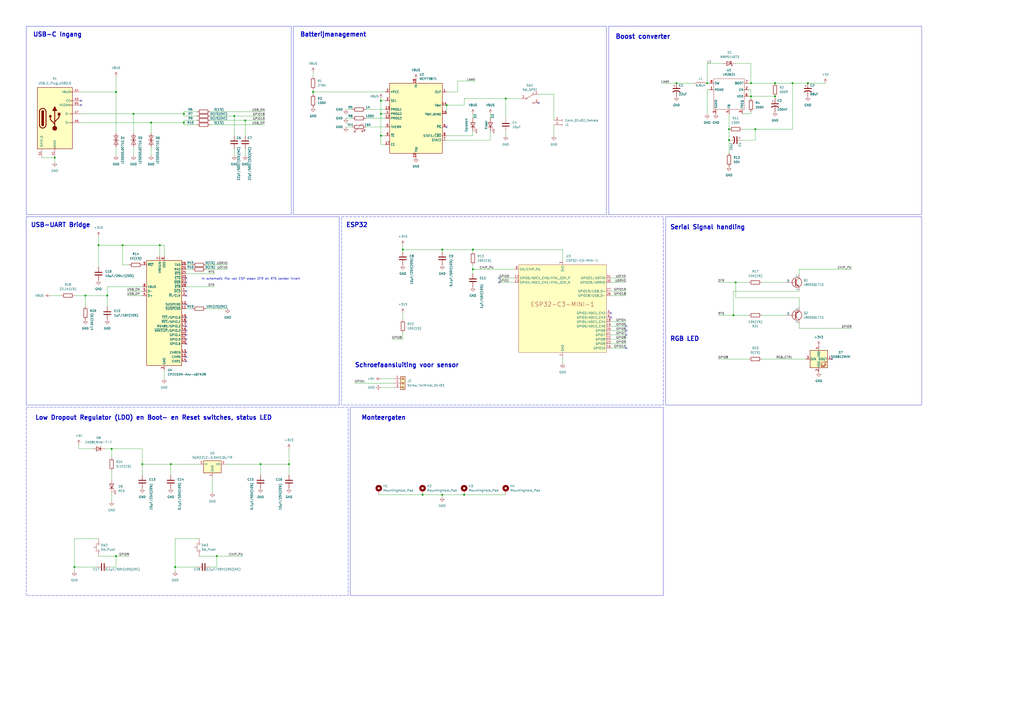
<source format=kicad_sch>
(kicad_sch (version 20230121) (generator eeschema)
  (paper "A2")
  (title_block (title "Biosensor") (rev "V2") (company "Jay D'Hulster"))
  (junction (at 220.98 66.04))
  (junction (at 49.53 171.45))
  (junction (at 392.43 48.26))
  (junction (at 293.37 57.15))
  (junction (at 245.11 287.02))
  (junction (at 435.61 55.88))
  (junction (at 233.68 144.78))
  (junction (at 256.54 144.78))
  (junction (at 274.32 144.78))
  (junction (at 274.32 156.21))
  (junction (at 449.58 48.26))
  (junction (at 135.89 67.31))
  (junction (at 438.15 74.93))
  (junction (at 92.71 142.24))
  (junction (at 426.72 163.83))
  (junction (at 435.61 48.26))
  (junction (at 106.68 71.12))
  (junction (at 31.75 91.44))
  (junction (at 422.91 74.93))
  (junction (at 220.98 58.42))
  (junction (at 64.77 260.35))
  (junction (at 269.24 287.02))
  (junction (at 67.31 53.34))
  (junction (at 82.55 269.24))
  (junction (at 459.74 48.26))
  (junction (at 101.6 328.93))
  (junction (at 167.64 269.24))
  (junction (at 220.98 78.74))
  (junction (at 256.54 287.02))
  (junction (at 71.12 142.24))
  (junction (at 67.31 322.58))
  (junction (at 77.47 66.04))
  (junction (at 410.21 48.26))
  (junction (at 181.61 53.34))
  (junction (at 106.68 66.04))
  (junction (at 57.15 142.24))
  (junction (at 422.91 81.28))
  (junction (at 151.13 269.24))
  (junction (at 425.45 182.88))
  (junction (at 259.08 60.96))
  (junction (at 125.73 322.58))
  (junction (at 468.63 48.26))
  (junction (at 87.63 71.12))
  (junction (at 62.23 171.45))
  (junction (at 99.06 269.24))
  (junction (at 449.58 55.88))
  (junction (at 43.18 328.93))
  (junction (at 142.24 69.85))
  (no_connect (at 289.56 161.29))
  (no_connect (at 107.95 209.55))
  (no_connect (at 107.95 163.83))
  (no_connect (at 107.95 186.69))
  (no_connect (at 107.95 199.39))
  (no_connect (at 46.99 60.96))
  (no_connect (at 354.33 181.61))
  (no_connect (at 107.95 189.23))
  (no_connect (at 482.6 208.28))
  (no_connect (at 363.22 194.31))
  (no_connect (at 354.33 184.15))
  (no_connect (at 107.95 184.15))
  (no_connect (at 363.22 189.23))
  (no_connect (at 107.95 191.77))
  (no_connect (at 107.95 204.47))
  (no_connect (at 107.95 161.29))
  (no_connect (at 289.56 163.83))
  (no_connect (at 107.95 196.85))
  (no_connect (at 259.08 73.66))
  (no_connect (at 312.42 59.69))
  (no_connect (at 363.22 201.93))
  (no_connect (at 107.95 207.01))
  (no_connect (at 107.95 194.31))
  (no_connect (at 363.22 191.77))
  (no_connect (at 46.99 58.42))
  (no_connect (at 107.95 176.53))
  (no_connect (at 107.95 168.91))
  (no_connect (at 107.95 171.45))
  (wire (pts (xy 106.68 69.85) (xy 106.68 71.12)))
  (wire (pts (xy 101.6 328.93) (xy 114.3 328.93)))
  (wire (pts (xy 220.98 66.04) (xy 220.98 78.74)))
  (wire (pts (xy 422.91 81.28) (xy 422.91 88.9)))
  (wire (pts (xy 135.89 67.31) (xy 153.67 67.31)))
  (wire (pts (xy 410.21 52.07) (xy 411.48 52.07)))
  (wire (pts (xy 416.56 208.28) (xy 434.34 208.28)))
  (wire (pts (xy 463.55 158.75) (xy 463.55 156.21)))
  (wire (pts (xy 106.68 64.77) (xy 106.68 66.04)))
  (wire (pts (xy 256.54 287.02) (xy 269.24 287.02)))
  (wire (pts (xy 125.73 322.58) (xy 125.73 328.93)))
  (wire (pts (xy 426.72 163.83) (xy 426.72 172.72)))
  (wire (pts (xy 53.34 260.35) (xy 45.72 260.35)))
  (wire (pts (xy 293.37 76.2) (xy 293.37 78.74)))
  (wire (pts (xy 167.64 269.24) (xy 167.64 275.59)))
  (wire (pts (xy 354.33 201.93) (xy 363.22 201.93)))
  (wire (pts (xy 354.33 196.85) (xy 363.22 196.85)))
  (wire (pts (xy 151.13 269.24) (xy 167.64 269.24)))
  (wire (pts (xy 326.39 207.01) (xy 326.39 210.82)))
  (wire (pts (xy 181.61 53.34) (xy 181.61 54.61)))
  (wire (pts (xy 227.33 196.85) (xy 233.68 196.85)))
  (wire (pts (xy 223.52 58.42) (xy 220.98 58.42)))
  (wire (pts (xy 425.45 168.91) (xy 425.45 182.88)))
  (wire (pts (xy 121.92 328.93) (xy 125.73 328.93)))
  (wire (pts (xy 426.72 172.72) (xy 463.55 172.72)))
  (wire (pts (xy 463.55 168.91) (xy 425.45 168.91)))
  (wire (pts (xy 67.31 85.09) (xy 67.31 90.17)))
  (wire (pts (xy 24.13 91.44) (xy 31.75 91.44)))
  (wire (pts (xy 200.66 73.66) (xy 204.47 73.66)))
  (wire (pts (xy 233.68 181.61) (xy 233.68 185.42)))
  (wire (pts (xy 259.08 60.96) (xy 269.24 60.96)))
  (wire (pts (xy 354.33 161.29) (xy 363.22 161.29)))
  (wire (pts (xy 354.33 191.77) (xy 363.22 191.77)))
  (wire (pts (xy 354.33 168.91) (xy 363.22 168.91)))
  (wire (pts (xy 43.18 312.42) (xy 43.18 328.93)))
  (wire (pts (xy 49.53 171.45) (xy 62.23 171.45)))
  (wire (pts (xy 57.15 137.16) (xy 57.15 142.24)))
  (wire (pts (xy 274.32 156.21) (xy 274.32 158.75)))
  (wire (pts (xy 220.98 57.15) (xy 220.98 58.42)))
  (wire (pts (xy 354.33 194.31) (xy 363.22 194.31)))
  (wire (pts (xy 354.33 189.23) (xy 363.22 189.23)))
  (wire (pts (xy 46.99 53.34) (xy 67.31 53.34)))
  (wire (pts (xy 49.53 177.8) (xy 49.53 171.45)))
  (wire (pts (xy 220.98 78.74) (xy 223.52 78.74)))
  (wire (pts (xy 274.32 144.78) (xy 326.39 144.78)))
  (wire (pts (xy 82.55 166.37) (xy 62.23 166.37)))
  (wire (pts (xy 106.68 66.04) (xy 106.68 67.31)))
  (wire (pts (xy 416.56 163.83) (xy 426.72 163.83)))
  (wire (pts (xy 135.89 67.31) (xy 135.89 78.74)))
  (wire (pts (xy 430.53 81.28) (xy 438.15 81.28)))
  (wire (pts (xy 274.32 156.21) (xy 298.45 156.21)))
  (wire (pts (xy 220.98 224.79) (xy 228.6 224.79)))
  (wire (pts (xy 402.59 48.26) (xy 392.43 48.26)))
  (wire (pts (xy 205.74 222.25) (xy 228.6 222.25)))
  (wire (pts (xy 354.33 199.39) (xy 363.22 199.39)))
  (wire (pts (xy 233.68 193.04) (xy 233.68 196.85)))
  (wire (pts (xy 43.18 328.93) (xy 43.18 331.47)))
  (wire (pts (xy 119.38 156.21) (xy 132.08 156.21)))
  (wire (pts (xy 435.61 66.04) (xy 435.61 64.77)))
  (wire (pts (xy 354.33 163.83) (xy 363.22 163.83)))
  (wire (pts (xy 57.15 142.24) (xy 57.15 154.94)))
  (wire (pts (xy 99.06 275.59) (xy 99.06 269.24)))
  (wire (pts (xy 274.32 76.2) (xy 274.32 78.74)))
  (wire (pts (xy 463.55 172.72) (xy 463.55 177.8)))
  (wire (pts (xy 220.98 66.04) (xy 223.52 66.04)))
  (wire (pts (xy 223.52 63.5) (xy 212.09 63.5)))
  (wire (pts (xy 130.81 269.24) (xy 151.13 269.24)))
  (wire (pts (xy 220.98 83.82) (xy 223.52 83.82)))
  (wire (pts (xy 67.31 53.34) (xy 67.31 44.45)))
  (wire (pts (xy 67.31 322.58) (xy 67.31 328.93)))
  (wire (pts (xy 438.15 74.93) (xy 459.74 74.93)))
  (wire (pts (xy 63.5 328.93) (xy 67.31 328.93)))
  (wire (pts (xy 64.77 285.75) (xy 64.77 290.83)))
  (wire (pts (xy 71.12 153.67) (xy 71.12 142.24)))
  (wire (pts (xy 468.63 48.26) (xy 478.79 48.26)))
  (wire (pts (xy 106.68 71.12) (xy 106.68 72.39)))
  (wire (pts (xy 434.34 52.07) (xy 435.61 52.07)))
  (wire (pts (xy 449.58 48.26) (xy 459.74 48.26)))
  (wire (pts (xy 107.95 156.21) (xy 111.76 156.21)))
  (wire (pts (xy 233.68 144.78) (xy 256.54 144.78)))
  (wire (pts (xy 142.24 69.85) (xy 153.67 69.85)))
  (wire (pts (xy 422.91 74.93) (xy 422.91 81.28)))
  (wire (pts (xy 220.98 78.74) (xy 220.98 83.82)))
  (wire (pts (xy 57.15 142.24) (xy 71.12 142.24)))
  (wire (pts (xy 220.98 58.42) (xy 220.98 66.04)))
  (wire (pts (xy 121.92 64.77) (xy 153.67 64.77)))
  (wire (pts (xy 416.56 182.88) (xy 425.45 182.88)))
  (wire (pts (xy 167.64 260.35) (xy 167.64 269.24)))
  (wire (pts (xy 74.93 153.67) (xy 71.12 153.67)))
  (wire (pts (xy 265.43 46.99) (xy 265.43 53.34)))
  (wire (pts (xy 438.15 74.93) (xy 438.15 81.28)))
  (wire (pts (xy 181.61 52.07) (xy 181.61 53.34)))
  (wire (pts (xy 434.34 48.26) (xy 435.61 48.26)))
  (wire (pts (xy 107.95 153.67) (xy 111.76 153.67)))
  (wire (pts (xy 57.15 312.42) (xy 43.18 312.42)))
  (wire (pts (xy 274.32 78.74) (xy 259.08 78.74)))
  (wire (pts (xy 92.71 142.24) (xy 92.71 148.59)))
  (wire (pts (xy 106.68 72.39) (xy 114.3 72.39)))
  (wire (pts (xy 77.47 85.09) (xy 77.47 90.17)))
  (wire (pts (xy 71.12 142.24) (xy 92.71 142.24)))
  (wire (pts (xy 119.38 179.07) (xy 132.08 179.07)))
  (wire (pts (xy 435.61 36.83) (xy 426.72 36.83)))
  (wire (pts (xy 43.18 171.45) (xy 49.53 171.45)))
  (wire (pts (xy 269.24 57.15) (xy 293.37 57.15)))
  (wire (pts (xy 181.61 41.91) (xy 181.61 44.45)))
  (wire (pts (xy 87.63 71.12) (xy 106.68 71.12)))
  (wire (pts (xy 115.57 322.58) (xy 125.73 322.58)))
  (wire (pts (xy 121.92 72.39) (xy 153.67 72.39)))
  (wire (pts (xy 101.6 328.93) (xy 101.6 331.47)))
  (wire (pts (xy 67.31 322.58) (xy 74.93 322.58)))
  (wire (pts (xy 274.32 66.04) (xy 274.32 68.58)))
  (wire (pts (xy 220.98 219.71) (xy 228.6 219.71)))
  (wire (pts (xy 46.99 71.12) (xy 87.63 71.12)))
  (wire (pts (xy 82.55 269.24) (xy 82.55 275.59)))
  (wire (pts (xy 284.48 81.28) (xy 259.08 81.28)))
  (wire (pts (xy 82.55 260.35) (xy 82.55 269.24)))
  (wire (pts (xy 430.53 66.04) (xy 435.61 66.04)))
  (wire (pts (xy 67.31 53.34) (xy 67.31 77.47)))
  (wire (pts (xy 426.72 163.83) (xy 434.34 163.83)))
  (wire (pts (xy 459.74 48.26) (xy 459.74 74.93)))
  (wire (pts (xy 259.08 60.96) (xy 259.08 66.04)))
  (wire (pts (xy 233.68 144.78) (xy 233.68 146.05)))
  (wire (pts (xy 115.57 312.42) (xy 101.6 312.42)))
  (wire (pts (xy 256.54 287.02) (xy 256.54 288.29)))
  (wire (pts (xy 60.96 260.35) (xy 64.77 260.35)))
  (wire (pts (xy 101.6 312.42) (xy 101.6 328.93)))
  (wire (pts (xy 123.19 276.86) (xy 123.19 285.75)))
  (wire (pts (xy 107.95 158.75) (xy 124.46 158.75)))
  (wire (pts (xy 62.23 166.37) (xy 62.23 171.45)))
  (wire (pts (xy 121.92 67.31) (xy 135.89 67.31)))
  (wire (pts (xy 321.31 72.39) (xy 321.31 78.74)))
  (wire (pts (xy 125.73 322.58) (xy 140.97 322.58)))
  (wire (pts (xy 245.11 287.02) (xy 256.54 287.02)))
  (wire (pts (xy 114.3 69.85) (xy 106.68 69.85)))
  (wire (pts (xy 99.06 269.24) (xy 82.55 269.24)))
  (wire (pts (xy 142.24 86.36) (xy 142.24 90.17)))
  (wire (pts (xy 259.08 53.34) (xy 265.43 53.34)))
  (wire (pts (xy 82.55 171.45) (xy 73.66 171.45)))
  (wire (pts (xy 87.63 85.09) (xy 87.63 90.17)))
  (wire (pts (xy 99.06 269.24) (xy 115.57 269.24)))
  (wire (pts (xy 435.61 55.88) (xy 449.58 55.88)))
  (wire (pts (xy 422.91 66.04) (xy 422.91 74.93)))
  (wire (pts (xy 326.39 144.78) (xy 326.39 151.13)))
  (wire (pts (xy 265.43 46.99) (xy 275.59 46.99)))
  (wire (pts (xy 463.55 156.21) (xy 494.03 156.21)))
  (wire (pts (xy 121.92 69.85) (xy 142.24 69.85)))
  (wire (pts (xy 31.75 91.44) (xy 31.75 93.98)))
  (wire (pts (xy 95.25 148.59) (xy 95.25 142.24)))
  (wire (pts (xy 200.66 68.58) (xy 204.47 68.58)))
  (wire (pts (xy 463.55 187.96) (xy 463.55 190.5)))
  (wire (pts (xy 441.96 208.28) (xy 467.36 208.28)))
  (wire (pts (xy 354.33 171.45) (xy 363.22 171.45)))
  (wire (pts (xy 107.95 179.07) (xy 111.76 179.07)))
  (wire (pts (xy 410.21 66.04) (xy 410.21 52.07)))
  (wire (pts (xy 219.71 287.02) (xy 245.11 287.02)))
  (wire (pts (xy 151.13 269.24) (xy 151.13 275.59)))
  (wire (pts (xy 293.37 57.15) (xy 293.37 68.58)))
  (wire (pts (xy 459.74 48.26) (xy 468.63 48.26)))
  (wire (pts (xy 77.47 66.04) (xy 77.47 77.47)))
  (wire (pts (xy 383.54 48.26) (xy 392.43 48.26)))
  (wire (pts (xy 92.71 142.24) (xy 95.25 142.24)))
  (wire (pts (xy 410.21 48.26) (xy 411.48 48.26)))
  (wire (pts (xy 223.52 68.58) (xy 212.09 68.58)))
  (wire (pts (xy 430.53 74.93) (xy 438.15 74.93)))
  (wire (pts (xy 64.77 260.35) (xy 64.77 265.43)))
  (wire (pts (xy 114.3 64.77) (xy 106.68 64.77)))
  (wire (pts (xy 274.32 153.67) (xy 274.32 156.21)))
  (wire (pts (xy 135.89 86.36) (xy 135.89 90.17)))
  (wire (pts (xy 46.99 66.04) (xy 77.47 66.04)))
  (wire (pts (xy 64.77 273.05) (xy 64.77 278.13)))
  (wire (pts (xy 233.68 142.24) (xy 233.68 144.78)))
  (wire (pts (xy 435.61 57.15) (xy 435.61 55.88)))
  (wire (pts (xy 142.24 69.85) (xy 142.24 78.74)))
  (wire (pts (xy 435.61 48.26) (xy 449.58 48.26)))
  (wire (pts (xy 95.25 219.71) (xy 95.25 214.63)))
  (wire (pts (xy 441.96 182.88) (xy 455.93 182.88)))
  (wire (pts (xy 77.47 66.04) (xy 106.68 66.04)))
  (wire (pts (xy 200.66 63.5) (xy 204.47 63.5)))
  (wire (pts (xy 298.45 163.83) (xy 289.56 163.83)))
  (wire (pts (xy 269.24 60.96) (xy 269.24 57.15)))
  (wire (pts (xy 43.18 328.93) (xy 55.88 328.93)))
  (wire (pts (xy 312.42 54.61) (xy 321.31 54.61)))
  (wire (pts (xy 435.61 52.07) (xy 435.61 55.88)))
  (wire (pts (xy 284.48 66.04) (xy 284.48 68.58)))
  (wire (pts (xy 354.33 186.69) (xy 363.22 186.69)))
  (wire (pts (xy 29.21 171.45) (xy 35.56 171.45)))
  (wire (pts (xy 434.34 55.88) (xy 435.61 55.88)))
  (wire (pts (xy 62.23 177.8) (xy 62.23 171.45)))
  (wire (pts (xy 45.72 260.35) (xy 45.72 257.81)))
  (wire (pts (xy 212.09 73.66) (xy 223.52 73.66)))
  (wire (pts (xy 410.21 48.26) (xy 410.21 36.83)))
  (wire (pts (xy 107.95 166.37) (xy 124.46 166.37)))
  (wire (pts (xy 425.45 182.88) (xy 434.34 182.88)))
  (wire (pts (xy 284.48 76.2) (xy 284.48 81.28)))
  (wire (pts (xy 293.37 57.15) (xy 302.26 57.15)))
  (wire (pts (xy 435.61 48.26) (xy 435.61 36.83)))
  (wire (pts (xy 181.61 53.34) (xy 223.52 53.34)))
  (wire (pts (xy 463.55 190.5) (xy 494.03 190.5)))
  (wire (pts (xy 298.45 161.29) (xy 289.56 161.29)))
  (wire (pts (xy 119.38 153.67) (xy 132.08 153.67)))
  (wire (pts (xy 321.31 54.61) (xy 321.31 69.85)))
  (wire (pts (xy 256.54 144.78) (xy 274.32 144.78)))
  (wire (pts (xy 87.63 71.12) (xy 87.63 77.47)))
  (wire (pts (xy 82.55 260.35) (xy 64.77 260.35)))
  (wire (pts (xy 441.96 163.83) (xy 455.93 163.83)))
  (wire (pts (xy 274.32 144.78) (xy 274.32 146.05)))
  (wire (pts (xy 82.55 168.91) (xy 73.66 168.91)))
  (wire (pts (xy 57.15 322.58) (xy 67.31 322.58)))
  (wire (pts (xy 106.68 67.31) (xy 114.3 67.31)))
  (wire (pts (xy 410.21 36.83) (xy 419.1 36.83)))
  (wire (pts (xy 256.54 144.78) (xy 256.54 146.05)))
  (wire (pts (xy 449.58 55.88) (xy 449.58 57.15)))
  (wire (pts (xy 269.24 287.02) (xy 293.37 287.02)))
  (rectangle (start 353.06 15.24) (end 534.67 124.46))
  (rectangle (start 15.24 15.24) (end 168.91 124.46))
  (rectangle (start 170.18 15.24) (end 351.79 124.46))
  (rectangle (start 15.24 125.73) (end 196.85 234.95))
  (rectangle (start 198.12 125.73) (end 384.81 234.95) (stroke (width 0) (type dash)))
  (rectangle (start 15.24 236.22) (end 201.93 345.44) (stroke (width 0) (type dash)))
  (text_box "" (at 386.08 125.73 0) (size 148.59 109.22) (effects (font (size 1.27 1.27)) (justify left top)))
  (text_box "" (at 203.2 236.22 0) (size 181.61 109.22) (effects (font (size 1.27 1.27)) (justify left top)))
  (text "Low Dropout Regulator (LDO) en Boot- en Reset switches, status LED" (at 20.32 243.84 0) (effects (font (size 2.54 2.54) bold) (justify left bottom)))
  (text "RGB LED" (at 388.62 198.12 0) (effects (font (size 2.54 2.54) bold) (justify left bottom)))
  (text "USB-C Ingang" (at 19.05 21.59 0) (effects (font (size 2.54 2.54) (thickness 0.508) bold) (justify left bottom)))
  (text "In schematic file van ESP staan DTR en RTS zonder invert" (at 116.84 162.56 0) (effects (font (size 1.27 1.27)) (justify left bottom)))
  (text "Boost converter\n" (at 356.87 22.86 0) (effects (font (size 2.64 2.64) (thickness 0.528) bold) (justify left bottom)))
  (text "Monteergaten" (at 209.55 243.84 0) (effects (font (size 2.54 2.54) (thickness 0.508) bold) (justify left bottom)))
  (text "USB-UART Bridge" (at 17.78 132.08 0) (effects (font (size 2.54 2.54) bold) (justify left bottom)))
  (text "Batterijmanagement" (at 173.99 21.59 0) (effects (font (size 2.54 2.54) bold) (justify left bottom)))
  (text "Serial Signal handling" (at 388.62 133.35 0) (effects (font (size 2.54 2.54) bold) (justify left bottom)))
  (text "Schroefaansluiting voor sensor" (at 205.74 213.36 0) (effects (font (size 2.54 2.54) bold) (justify left bottom)))
  (text "ESP32" (at 200.66 132.08 0) (effects (font (size 2.54 2.54) bold) (justify left bottom)))
  (label "U0RXD" (at 132.08 153.67 180))
  (label "L1" (at 410.21 36.83 0))
  (label "GPIO7" (at 363.22 194.31 180))
  (label "USB_DN" (at 153.67 64.77 180))
  (label "GPIO5" (at 363.22 189.23 180))
  (label "RGB_CTRL" (at 459.74 208.28 180))
  (label "USB_DP" (at 73.66 171.45 0))
  (label "GPIO18" (at 153.67 67.31 180))
  (label "CHIP_PU" (at 140.97 322.58 180))
  (label "U0RXD" (at 363.22 163.83 180))
  (label "U0TXD" (at 363.22 161.29 180))
  (label "GPIO19" (at 153.67 69.85 180))
  (label "GPIO18" (at 363.22 171.45 180))
  (label "RTS" (at 416.56 182.88 0))
  (label "GPIO8" (at 227.33 196.85 0))
  (label "GPIO4" (at 205.74 222.25 0))
  (label "CHIP_PU" (at 278.13 156.21 0))
  (label "GPIO8" (at 363.22 196.85 180))
  (label "GPIO4" (at 363.22 186.69 180))
  (label "RTS" (at 124.46 158.75 180))
  (label "DTR" (at 416.56 163.83 0))
  (label "U0TXD" (at 132.08 156.21 180))
  (label "GPIO9" (at 363.22 199.39 180))
  (label "GPIO10" (at 363.22 201.93 180))
  (label "GPIO0" (at 289.56 161.29 0))
  (label "GPIO19" (at 363.22 168.91 180))
  (label "GPIO8" (at 416.56 208.28 0))
  (label "USB_DP" (at 153.67 72.39 180))
  (label "USB_DN" (at 73.66 168.91 0))
  (label "Load" (at 383.54 48.26 0))
  (label "GPIO1" (at 289.56 163.83 0))
  (label "GPIO9" (at 74.93 322.58 180))
  (label "Load" (at 275.59 46.99 180))
  (label "GPIO9" (at 494.03 190.5 180))
  (label "DTR" (at 124.46 166.37 180))
  (label "GPIO6" (at 363.22 191.77 180))
  (label "CHIP_PU" (at 494.03 156.21 180))
  (symbol (lib_id "Mechanical:MountingHole_Pad") (at 245.11 284.48 0) (unit 1)
    (property "Reference" "H2" (at 247.65 281.9399 0) (effects (justify left)))
    (property "Value" "MountingHole_Pad" (at 247.65 284.4799 0) (effects (justify left)))
    (property "Footprint" "MountingHole:MountingHole_2.7mm_Pad_Via" (effects hide))
  )
  (symbol (lib_id "Device:D_Schottky") (at 422.91 36.83 180) (unit 1)
    (property "Reference" "D1" (at 423.2275 30.48 0))
    (property "Value" "MBRS140T3" (at 423.2275 33.02 0))
    (property "Footprint" "Diode_SMD:D_SMB_Handsoldering" (effects hide))
  )
  (symbol (lib_id "Device:R") (at 118.11 64.77 90) (unit 1)
    (property "Reference" "R6" (at 110.49 63.5 90))
    (property "Value" "0(1%)" (at 127 63.5 90))
    (property "Footprint" "Resistor_SMD:R_0603_1608Metric_Pad0.98x0.95mm_HandSolder" (effects hide))
  )
  (symbol (lib_id "Device:C") (at 151.13 279.4 0) (mirror y) (unit 1)
    (property "Reference" "C15" (at 147.32 278.13 0) (effects (justify left)))
    (property "Value" "0.1µF/50V(10%)" (at 146.05 295.91 90) (effects (justify left)))
    (property "Footprint" "Capacitor_SMD:C_0603_1608Metric_Pad1.08x0.95mm_HandSolder" (effects hide))
  )
  (symbol (lib_id "power:+5V") (at 220.98 219.71 90) (unit 1)
    (property "Reference" "#PWR042" (effects hide))
    (property "Value" "+5V" (at 217.17 219.71 90) (effects (justify left)))
  )
  (symbol (lib_id "power:GND") (at 99.06 283.21 0) (unit 1)
    (property "Reference" "#PWR047" (effects hide))
    (property "Value" "GND" (at 99.06 288.29 0))
  )
  (symbol (lib_id "Device:L") (at 406.4 48.26 90) (unit 1)
    (property "Reference" "L1" (at 406.4 45.72 90))
    (property "Value" "6,8uH" (at 406.4 49.53 90))
    (property "Footprint" "595D:LPS4018223MRC" (effects hide))
  )
  (symbol (lib_id "power:+3V3") (at 167.64 260.35 0) (unit 1)
    (property "Reference" "#PWR045" (effects hide))
    (property "Value" "+3V3" (at 167.64 255.27 0))
  )
  (symbol (lib_id "Connector:Conn_01x02_Female") (at 326.39 72.39 0) (mirror x) (unit 1)
    (property "Reference" "J1" (at 327.66 72.3901 0) (effects (justify left)))
    (property "Value" "Conn_01x02_Female" (at 327.66 69.8501 0) (effects (justify left)))
    (property "Footprint" "Connector_JST:JST_PH_S2B-PH-K_1x02_P2.00mm_Horizontal" (effects hide))
  )
  (symbol (lib_id "power:+3V3") (at 233.68 142.24 0) (unit 1)
    (property "Reference" "#PWR028" (effects hide))
    (property "Value" "+3V3" (at 233.68 137.16 0))
  )
  (symbol (lib_id "Device:R") (at 449.58 52.07 0) (unit 1)
    (property "Reference" "R2" (at 452.12 50.7999 0) (effects (justify left)))
    (property "Value" "500R" (at 452.12 53.3399 0) (effects (justify left)))
    (property "Footprint" "Resistor_SMD:R_0603_1608Metric" (effects hide))
  )
  (symbol (lib_id "power:GND") (at 67.31 90.17 0) (unit 1)
    (property "Reference" "#PWR019" (effects hide))
    (property "Value" "GND" (at 67.31 95.25 0))
  )
  (symbol (lib_id "power:GND") (at 200.66 63.5 0) (unit 1)
    (property "Reference" "#PWR09" (effects hide))
    (property "Value" "GND" (at 196.85 63.5 0))
  )
  (symbol (lib_id "Device:R") (at 435.61 60.96 0) (unit 1)
    (property "Reference" "R4" (at 438.15 59.6899 0) (effects (justify left)))
    (property "Value" "200K" (at 438.15 62.2299 0) (effects (justify left)))
    (property "Footprint" "Resistor_SMD:R_0603_1608Metric" (effects hide))
  )
  (symbol (lib_id "Device:R") (at 208.28 68.58 270) (unit 1)
    (property "Reference" "R8" (at 201.93 67.31 90) (effects (justify left)))
    (property "Value" "100K" (at 212.09 67.31 90) (effects (justify left)))
    (property "Footprint" "Resistor_SMD:R_0603_1608Metric_Pad0.98x0.95mm_HandSolder" (effects hide))
  )
  (symbol (lib_id "power:+3V3") (at 233.68 181.61 0) (unit 1)
    (property "Reference" "#PWR035" (effects hide))
    (property "Value" "+3V3" (at 233.68 176.53 0))
  )
  (symbol (lib_id "Device:R") (at 208.28 63.5 270) (unit 1)
    (property "Reference" "R5" (at 201.93 62.23 90) (effects (justify left)))
    (property "Value" "1K" (at 212.09 62.23 90) (effects (justify left)))
    (property "Footprint" "Resistor_SMD:R_0603_1608Metric_Pad0.98x0.95mm_HandSolder" (effects hide))
  )
  (symbol (lib_id "Device:R") (at 438.15 208.28 90) (unit 1)
    (property "Reference" "R23" (at 438.15 201.93 90))
    (property "Value" "0(1%)" (at 438.15 204.47 90))
    (property "Footprint" "Resistor_SMD:R_0603_1608Metric_Pad0.98x0.95mm_HandSolder" (effects hide))
  )
  (symbol (lib_id "power:+5V") (at 45.72 257.81 0) (unit 1)
    (property "Reference" "#PWR044" (effects hide))
    (property "Value" "+5V" (at 45.72 252.73 0))
  )
  (symbol (lib_id "Device:C_Polarized_US") (at 426.72 81.28 270) (unit 1)
    (property "Reference" "C5" (at 429.26 82.55 0) (effects (justify left)))
    (property "Value" "39pF" (at 424.18 82.55 0) (effects (justify left)))
    (property "Footprint" "Capacitor_SMD:C_0603_1608Metric_Pad1.08x0.95mm_HandSolder" (effects hide))
  )
  (symbol (lib_id "Device:C_Polarized_US") (at 468.63 52.07 0) (unit 1)
    (property "Reference" "C2" (at 469.9 49.53 0) (effects (justify left)))
    (property "Value" "68uF" (at 469.9 54.61 0) (effects (justify left)))
    (property "Footprint" "595D:CAP_595D-C_VSS" (effects hide))
  )
  (symbol (lib_id "Device:C") (at 135.89 82.55 0) (unit 1)
    (property "Reference" "C6" (at 137.16 80.01 0) (effects (justify left)))
    (property "Value" "22pF/50V/(5%)(NC)" (at 138.43 85.09 90) (effects (justify right)))
    (property "Footprint" "Capacitor_SMD:C_0603_1608Metric_Pad1.08x0.95mm_HandSolder" (effects hide))
  )
  (symbol (lib_id "power:+3V3") (at 474.98 200.66 0) (unit 1)
    (property "Reference" "#PWR038" (effects hide))
    (property "Value" "+3V3" (at 474.98 195.58 0))
  )
  (symbol (lib_id "Mechanical:MountingHole_Pad") (at 293.37 284.48 0) (unit 1)
    (property "Reference" "H4" (at 295.91 281.9399 0) (effects (justify left)))
    (property "Value" "MountingHole_Pad" (at 295.91 284.4799 0) (effects (justify left)))
    (property "Footprint" "MountingHole:MountingHole_2.7mm_Pad_Via" (effects hide))
  )
  (symbol (lib_id "Device:R") (at 438.15 182.88 90) (mirror x) (unit 1)
    (property "Reference" "R21" (at 438.15 189.23 90))
    (property "Value" "10K(1%)" (at 438.15 186.69 90))
    (property "Footprint" "Resistor_SMD:R_0603_1608Metric_Pad0.98x0.95mm_HandSolder" (effects hide))
  )
  (symbol (lib_id "power:GND") (at 167.64 283.21 0) (mirror y) (unit 1)
    (property "Reference" "#PWR049" (effects hide))
    (property "Value" "GND" (at 167.64 288.29 0))
  )
  (symbol (lib_id "Diode:ESD131-B1-W0201") (at 67.31 81.28 90) (unit 1)
    (property "Reference" "D4" (at 69.85 80.01 90) (effects (justify right)))
    (property "Value" "LESD5D.0CT1G" (at 71.12 81.28 0) (effects (justify right)))
    (property "Footprint" "Diode_SMD:D_SOD-523" (effects hide))
    (property "Datasheet" "https://www.infineon.com/dgdl/Infineon-ESD131-B1-W0201-DataSheet-v02_00-EN.pdf?fileId=5546d4625cc9456a015ce94850964889" (effects hide))
  )
  (symbol (lib_id "Device:R") (at 118.11 67.31 90) (unit 1)
    (property "Reference" "R7" (at 110.49 66.04 90))
    (property "Value" "0(1%)(NC)" (at 127 66.04 90))
    (property "Footprint" "Resistor_SMD:R_0603_1608Metric_Pad0.98x0.95mm_HandSolder" (effects hide))
  )
  (symbol (lib_id "Device:R") (at 64.77 269.24 0) (unit 1)
    (property "Reference" "R24" (at 67.31 267.97 0) (effects (justify left)))
    (property "Value" "5.1K(1%)" (at 67.31 270.51 0) (effects (justify left)))
    (property "Footprint" "Resistor_SMD:R_0603_1608Metric_Pad0.98x0.95mm_HandSolder" (effects hide))
  )
  (symbol (lib_id "Device:C_Polarized_US") (at 449.58 60.96 0) (unit 1)
    (property "Reference" "C3" (at 450.85 58.42 0) (effects (justify left)))
    (property "Value" "100nF" (at 450.85 63.5 0) (effects (justify left)))
    (property "Footprint" "Capacitor_SMD:C_0603_1608Metric_Pad1.08x0.95mm_HandSolder" (effects hide))
  )
  (symbol (lib_id "Device:C") (at 293.37 72.39 0) (unit 1)
    (property "Reference" "C4" (at 297.18 71.12 0) (effects (justify left)))
    (property "Value" "10µF" (at 297.18 73.66 0) (effects (justify left)))
    (property "Footprint" "Capacitor_SMD:C_0603_1608Metric_Pad1.08x0.95mm_HandSolder" (effects hide))
  )
  (symbol (lib_id "Diode:ESD131-B1-W0201") (at 77.47 81.28 90) (unit 1)
    (property "Reference" "D5" (at 80.01 80.01 90) (effects (justify right)))
    (property "Value" "LESD5D.0CT1G" (at 81.28 81.28 0) (effects (justify right)))
    (property "Footprint" "Diode_SMD:D_SOD-523" (effects hide))
    (property "Datasheet" "https://www.infineon.com/dgdl/Infineon-ESD131-B1-W0201-DataSheet-v02_00-EN.pdf?fileId=5546d4625cc9456a015ce94850964889" (effects hide))
  )
  (symbol (lib_id "power:GND") (at 200.66 73.66 0) (unit 1)
    (property "Reference" "#PWR016" (effects hide))
    (property "Value" "GND" (at 196.85 73.66 0))
  )
  (symbol (lib_id "power:GND") (at 449.58 64.77 0) (unit 1)
    (property "Reference" "#PWR010" (effects hide))
    (property "Value" "GND" (at 449.58 69.85 0))
  )
  (symbol (lib_id "Simulation_SPICE:NPN") (at 461.01 163.83 0) (unit 1)
    (property "Reference" "Q1" (at 466.09 162.56 0) (effects (justify left)))
    (property "Value" "L8050QLT1G " (at 466.09 165.1 0) (effects (justify left)))
    (property "Footprint" "Package_TO_SOT_SMD:SOT-23" (effects hide))
    (property "Sim.Device" "NPN" (effects hide))
    (property "Sim.Type" "GUMMELPOON" (effects hide))
    (property "Sim.Pins" "1=C 2=B 3=E" (effects hide))
  )
  (symbol (lib_id "power:GND") (at 293.37 78.74 0) (unit 1)
    (property "Reference" "#PWR017" (effects hide))
    (property "Value" "GND" (at 293.37 83.82 0))
  )
  (symbol (lib_id "Device:D") (at 57.15 260.35 180) (unit 1)
    (property "Reference" "D8" (at 57.15 254 0))
    (property "Value" "1N5819HW-7-F" (at 57.15 256.54 0))
    (property "Footprint" "Diode_SMD:D_SOD-123" (effects hide))
    (property "Sim.Device" "D" (effects hide))
    (property "Sim.Pins" "1=K 2=A" (effects hide))
  )
  (symbol (lib_id "power:GND") (at 49.53 185.42 0) (unit 1)
    (property "Reference" "#PWR036" (effects hide))
    (property "Value" "GND" (at 49.53 190.5 0))
  )
  (symbol (lib_id "power:VBUS") (at 181.61 41.91 0) (unit 1)
    (property "Reference" "#PWR01" (effects hide))
    (property "Value" "VBUS" (at 181.61 36.83 0))
  )
  (symbol (lib_id "power:GND") (at 410.21 66.04 0) (mirror y) (unit 1)
    (property "Reference" "#PWR013" (effects hide))
    (property "Value" "GND" (at 410.21 71.12 0))
  )
  (symbol (lib_id "Device:C") (at 57.15 158.75 0) (unit 1)
    (property "Reference" "C10" (at 60.96 157.48 0) (effects (justify left)))
    (property "Value" "10µF/25V/(20%)" (at 60.96 160.02 0) (effects (justify left)))
    (property "Footprint" "Capacitor_SMD:C_0603_1608Metric_Pad1.08x0.95mm_HandSolder" (effects hide))
  )
  (symbol (lib_id "power:GND") (at 233.68 153.67 0) (unit 1)
    (property "Reference" "#PWR029" (effects hide))
    (property "Value" "GND" (at 233.68 158.75 0))
  )
  (symbol (lib_id "Device:R") (at 78.74 153.67 90) (unit 1)
    (property "Reference" "R14" (at 78.74 147.32 90))
    (property "Value" "1K(1%)" (at 78.74 149.86 90))
    (property "Footprint" "Resistor_SMD:R_0603_1608Metric_Pad0.98x0.95mm_HandSolder" (effects hide))
  )
  (symbol (lib_id "Espressif:ESP32-C3-MINI-1") (at 326.39 179.07 0) (unit 1)
    (property "Reference" "U3" (at 328.3459 148.59 0) (effects (justify left)))
    (property "Value" "ESP32-C3-MINI-1" (at 328.3459 151.13 0) (effects (justify left)))
    (property "Footprint" "Espressif:ESP32-C3-MINI-1" (effects hide))
    (property "Datasheet" "https://www.espressif.com/sites/default/files/documentation/esp32-c3-mini-1_datasheet_en.pdf" (effects hide))
  )
  (symbol (lib_id "power:VBUS") (at 274.32 66.04 0) (unit 1)
    (property "Reference" "#PWR011" (effects hide))
    (property "Value" "VBUS" (at 274.32 60.96 0))
  )
  (symbol (lib_id "Device:R") (at 115.57 179.07 90) (unit 1)
    (property "Reference" "R19" (at 110.49 177.8 90))
    (property "Value" "10K(1%)(NC)" (at 125.73 177.8 90))
    (property "Footprint" "Resistor_SMD:R_0603_1608Metric_Pad0.98x0.95mm_HandSolder" (effects hide))
  )
  (symbol (lib_id "power:GND") (at 95.25 219.71 0) (unit 1)
    (property "Reference" "#PWR041" (effects hide))
    (property "Value" "GND" (at 95.25 224.79 0))
  )
  (symbol (lib_id "Device:C") (at 59.69 328.93 90) (unit 1)
    (property "Reference" "C17" (at 55.88 330.2 90))
    (property "Value" "0.1µF/50V(10%)(NC)" (at 71.12 330.2 90))
    (property "Footprint" "Capacitor_SMD:C_0603_1608Metric_Pad1.08x0.95mm_HandSolder" (effects hide))
  )
  (symbol (lib_id "power:GND") (at 123.19 285.75 0) (unit 1)
    (property "Reference" "#PWR050" (effects hide))
    (property "Value" "GND" (at 123.19 290.83 0))
  )
  (symbol (lib_id "Device:R") (at 422.91 92.71 0) (unit 1)
    (property "Reference" "R12" (at 425.45 91.4399 0) (effects (justify left)))
    (property "Value" "50K" (at 425.45 93.9799 0) (effects (justify left)))
    (property "Footprint" "Resistor_SMD:R_0603_1608Metric_Pad0.98x0.95mm_HandSolder" (effects hide))
  )
  (symbol (lib_id "power:GND") (at 256.54 153.67 0) (unit 1)
    (property "Reference" "#PWR030" (effects hide))
    (property "Value" "GND" (at 256.54 158.75 0))
  )
  (symbol (lib_id "Simulation_SPICE:NPN") (at 461.01 182.88 0) (mirror x) (unit 1)
    (property "Reference" "Q2" (at 466.09 181.61 0) (effects (justify left)))
    (property "Value" "L8050QLT1G " (at 466.09 184.15 0) (effects (justify left)))
    (property "Footprint" "Package_TO_SOT_SMD:SOT-23" (effects hide))
    (property "Sim.Device" "NPN" (effects hide))
    (property "Sim.Type" "GUMMELPOON" (effects hide))
    (property "Sim.Pins" "1=C 2=B 3=E" (effects hide))
  )
  (symbol (lib_id "Device:R") (at 181.61 58.42 0) (unit 1)
    (property "Reference" "R3" (at 184.15 57.15 0) (effects (justify left)))
    (property "Value" "100K" (at 184.15 59.69 0) (effects (justify left)))
    (property "Footprint" "Resistor_SMD:R_0603_1608Metric_Pad0.98x0.95mm_HandSolder" (effects hide))
  )
  (symbol (lib_id "Device:R") (at 438.15 163.83 90) (unit 1)
    (property "Reference" "R17" (at 438.15 157.48 90))
    (property "Value" "10K(1%)" (at 438.15 160.02 90))
    (property "Footprint" "Resistor_SMD:R_0603_1608Metric_Pad0.98x0.95mm_HandSolder" (effects hide))
  )
  (symbol (lib_id "Device:R") (at 274.32 149.86 180) (unit 1)
    (property "Reference" "R13" (at 276.86 148.59 0) (effects (justify right)))
    (property "Value" "10K(1%)" (at 276.86 151.13 0) (effects (justify right)))
    (property "Footprint" "Resistor_SMD:R_0603_1608Metric_Pad0.98x0.95mm_HandSolder" (effects hide))
  )
  (symbol (lib_id "Device:R") (at 426.72 74.93 90) (unit 1)
    (property "Reference" "R11" (at 426.72 68.58 90))
    (property "Value" "150K" (at 426.72 71.12 90))
    (property "Footprint" "Resistor_SMD:R_0603_1608Metric_Pad0.98x0.95mm_HandSolder" (effects hide))
  )
  (symbol (lib_id "biosensor_lib:LM2621") (at 422.91 54.61 0) (unit 1)
    (property "Reference" "U1" (at 422.91 40.64 0))
    (property "Value" "LM2621" (at 422.91 43.18 0))
    (property "Footprint" "Package_SO:VSSOP-8_3.0x3.0mm_P0.65mm" (effects hide))
  )
  (symbol (lib_id "Device:R") (at 118.11 69.85 90) (unit 1)
    (property "Reference" "R9" (at 110.49 68.58 90))
    (property "Value" "0(1%)(NC)" (at 127 68.58 90))
    (property "Footprint" "Resistor_SMD:R_0603_1608Metric_Pad0.98x0.95mm_HandSolder" (effects hide))
  )
  (symbol (lib_id "Device:R") (at 39.37 171.45 90) (unit 1)
    (property "Reference" "R18" (at 39.37 165.1 90))
    (property "Value" "22.1K(1%)" (at 39.37 167.64 90))
    (property "Footprint" "Resistor_SMD:R_0603_1608Metric_Pad0.98x0.95mm_HandSolder" (effects hide))
  )
  (symbol (lib_id "Switch:SW_SPDT") (at 307.34 57.15 0) (unit 1)
    (property "Reference" "SW1" (at 307.34 49.53 0))
    (property "Value" "SW_SPDT" (at 307.34 52.07 0))
    (property "Footprint" "Button_Switch_THT:SW_Slide_1P2T_CK_OS102011MS2Q" (effects hide))
  )
  (symbol (lib_id "power:GND") (at 274.32 166.37 0) (unit 1)
    (property "Reference" "#PWR032" (effects hide))
    (property "Value" "GND" (at 274.32 171.45 0))
  )
  (symbol (lib_id "power:GND") (at 101.6 331.47 0) (unit 1)
    (property "Reference" "#PWR054" (effects hide))
    (property "Value" "GND" (at 101.6 336.55 0))
  )
  (symbol (lib_id "power:GND") (at 87.63 90.17 0) (unit 1)
    (property "Reference" "#PWR021" (effects hide))
    (property "Value" "GND" (at 87.63 95.25 0))
  )
  (symbol (lib_id "power:GND") (at 256.54 288.29 0) (unit 1)
    (property "Reference" "#PWR051" (effects hide))
    (property "Value" "GND" (at 256.54 293.37 0))
  )
  (symbol (lib_id "Diode:ESD131-B1-W0201") (at 87.63 81.28 90) (unit 1)
    (property "Reference" "D6" (at 90.17 80.01 90) (effects (justify right)))
    (property "Value" "LESD5D.0CT1G" (at 91.44 81.28 0) (effects (justify right)))
    (property "Footprint" "Diode_SMD:D_SOD-523" (effects hide))
    (property "Datasheet" "https://www.infineon.com/dgdl/Infineon-ESD131-B1-W0201-DataSheet-v02_00-EN.pdf?fileId=5546d4625cc9456a015ce94850964889" (effects hide))
  )
  (symbol (lib_id "power:VBUS") (at 284.48 66.04 0) (unit 1)
    (property "Reference" "#PWR012" (effects hide))
    (property "Value" "VBUS" (at 284.48 60.96 0))
  )
  (symbol (lib_id "Device:Thermistor_NTC") (at 208.28 73.66 90) (unit 1)
    (property "Reference" "TH1" (at 203.2 72.39 90))
    (property "Value" "16K" (at 213.36 72.39 90))
    (property "Footprint" "Resistor_SMD:R_0603_1608Metric_Pad0.98x0.95mm_HandSolder" (effects hide))
  )
  (symbol (lib_id "Interface_USB:CP2102N-Axx-xQFN28") (at 95.25 181.61 0) (unit 1)
    (property "Reference" "U4" (at 97.2059 214.63 0) (effects (justify left)))
    (property "Value" "CP2102N-Axx-xQFN28" (at 97.2059 217.17 0) (effects (justify left)))
    (property "Footprint" "Package_DFN_QFN:QFN-28-1EP_5x5mm_P0.5mm_EP3.35x3.35mm" (effects hide))
    (property "Datasheet" "https://www.silabs.com/documents/public/data-sheets/cp2102n-datasheet.pdf" (effects hide))
  )
  (symbol (lib_id "Device:C_Polarized_US") (at 392.43 52.07 0) (unit 1)
    (property "Reference" "C1" (at 393.7 49.53 0) (effects (justify left)))
    (property "Value" "22uF" (at 393.7 54.61 0) (effects (justify left)))
    (property "Footprint" "595D:CAP_595D-B_VSS" (effects hide))
  )
  (symbol (lib_id "Device:R") (at 233.68 189.23 180) (unit 1)
    (property "Reference" "R22" (at 236.22 187.96 0) (effects (justify right)))
    (property "Value" "10K(1%)" (at 236.22 190.5 0) (effects (justify right)))
    (property "Footprint" "Resistor_SMD:R_0603_1608Metric_Pad0.98x0.95mm_HandSolder" (effects hide))
  )
  (symbol (lib_id "power:GND") (at 57.15 162.56 0) (unit 1)
    (property "Reference" "#PWR031" (effects hide))
    (property "Value" "GND" (at 57.15 167.64 0))
  )
  (symbol (lib_id "power:GND") (at 422.91 96.52 0) (unit 1)
    (property "Reference" "#PWR026" (effects hide))
    (property "Value" "GND" (at 422.91 101.6 0))
  )
  (symbol (lib_id "power:GND") (at 468.63 55.88 0) (unit 1)
    (property "Reference" "#PWR06" (effects hide))
    (property "Value" "GND" (at 468.63 60.96 0))
  )
  (symbol (lib_id "power:GND") (at 392.43 55.88 0) (unit 1)
    (property "Reference" "#PWR05" (effects hide))
    (property "Value" "GND" (at 392.43 60.96 0))
  )
  (symbol (lib_id "power:GND") (at 82.55 283.21 0) (unit 1)
    (property "Reference" "#PWR046" (effects hide))
    (property "Value" "GND" (at 82.55 288.29 0))
  )
  (symbol (lib_id "power:GND") (at 241.3 91.44 0) (unit 1)
    (property "Reference" "#PWR024" (effects hide))
    (property "Value" "GND" (at 241.3 96.52 0))
  )
  (symbol (lib_id "Device:LED") (at 284.48 72.39 90) (unit 1)
    (property "Reference" "D3" (at 285.75 66.04 0) (effects (justify right)))
    (property "Value" "Klaar" (at 281.94 69.85 0) (effects (justify right)))
    (property "Footprint" "LED_SMD:LED_0805_2012Metric_Pad1.15x1.40mm_HandSolder" (effects hide))
  )
  (symbol (lib_id "Device:LED") (at 64.77 281.94 90) (unit 1)
    (property "Reference" "D9" (at 68.58 282.2575 90) (effects (justify right)))
    (property "Value" "RED" (at 68.58 284.7975 90) (effects (justify right)))
    (property "Footprint" "LED_SMD:LED_0805_2012Metric_Pad1.15x1.40mm_HandSolder" (effects hide))
  )
  (symbol (lib_id "Device:R") (at 115.57 153.67 90) (unit 1)
    (property "Reference" "R15" (at 110.49 152.4 90))
    (property "Value" "0(1%)" (at 121.92 152.4 90))
    (property "Footprint" "Resistor_SMD:R_0603_1608Metric_Pad0.98x0.95mm_HandSolder" (effects hide))
  )
  (symbol (lib_id "Device:C") (at 274.32 162.56 0) (unit 1)
    (property "Reference" "C11" (at 278.13 161.29 0) (effects (justify left)))
    (property "Value" "1µF/16V(10%)" (at 279.4 179.07 90) (effects (justify left)))
    (property "Footprint" "Capacitor_SMD:C_0603_1608Metric_Pad1.08x0.95mm_HandSolder" (effects hide))
  )
  (symbol (lib_id "power:GND") (at 31.75 93.98 0) (unit 1)
    (property "Reference" "#PWR025" (effects hide))
    (property "Value" "GND" (at 31.75 99.06 0))
  )
  (symbol (lib_id "Device:C") (at 256.54 149.86 0) (unit 1)
    (property "Reference" "C9" (at 260.35 148.59 0) (effects (justify left)))
    (property "Value" "0.1µF/50V(10%)" (at 261.62 166.37 90) (effects (justify left)))
    (property "Footprint" "Capacitor_SMD:C_0603_1608Metric_Pad1.08x0.95mm_HandSolder" (effects hide))
  )
  (symbol (lib_id "power:GND") (at 132.08 179.07 0) (unit 1)
    (property "Reference" "#PWR034" (effects hide))
    (property "Value" "GND" (at 132.08 184.15 0))
  )
  (symbol (lib_id "Device:R") (at 115.57 156.21 90) (unit 1)
    (property "Reference" "R16" (at 110.49 154.94 90))
    (property "Value" "0(1%)" (at 121.92 154.94 90))
    (property "Footprint" "Resistor_SMD:R_0603_1608Metric_Pad0.98x0.95mm_HandSolder" (effects hide))
  )
  (symbol (lib_id "Device:C") (at 99.06 279.4 0) (unit 1)
    (property "Reference" "C14" (at 102.87 278.13 0) (effects (justify left)))
    (property "Value" "0.1µF/50V(10%)" (at 104.14 295.91 90) (effects (justify left)))
    (property "Footprint" "Capacitor_SMD:C_0603_1608Metric_Pad1.08x0.95mm_HandSolder" (effects hide))
  )
  (symbol (lib_id "power:GND") (at 321.31 78.74 0) (unit 1)
    (property "Reference" "#PWR018" (effects hide))
    (property "Value" "GND" (at 321.31 83.82 0))
  )
  (symbol (lib_id "power:VBUS") (at 29.21 171.45 90) (unit 1)
    (property "Reference" "#PWR033" (effects hide))
    (property "Value" "VBUS" (at 25.4 171.45 90) (effects (justify left)))
  )
  (symbol (lib_id "Mechanical:MountingHole_Pad") (at 219.71 284.48 0) (unit 1)
    (property "Reference" "H1" (at 222.25 281.9399 0) (effects (justify left)))
    (property "Value" "MountingHole_Pad" (at 222.25 284.4799 0) (effects (justify left)))
    (property "Footprint" "MountingHole:MountingHole_2.7mm_Pad_Via" (effects hide))
  )
  (symbol (lib_id "power:VBUS") (at 220.98 57.15 0) (unit 1)
    (property "Reference" "#PWR07" (effects hide))
    (property "Value" "VBUS" (at 217.17 55.88 0))
  )
  (symbol (lib_id "Connector:USB_C_Plug_USB2.0") (at 31.75 68.58 0) (unit 1)
    (property "Reference" "P1" (at 31.75 45.72 0))
    (property "Value" "USB_C_Plug_USB2.0" (at 31.75 48.26 0))
    (property "Footprint" "Connector_USB:USB_C_Receptacle_HRO_TYPE-C-31-M-12" (effects hide))
    (property "Datasheet" "https://www.usb.org/sites/default/files/documents/usb_type-c.zip" (effects hide))
  )
  (symbol (lib_id "power:GND") (at 415.29 66.04 0) (unit 1)
    (property "Reference" "#PWR014" (effects hide))
    (property "Value" "GND" (at 415.29 71.12 0))
  )
  (symbol (lib_id "power:GND") (at 151.13 283.21 0) (mirror y) (unit 1)
    (property "Reference" "#PWR048" (effects hide))
    (property "Value" "GND" (at 151.13 288.29 0))
  )
  (symbol (lib_id "Device:C") (at 118.11 328.93 90) (unit 1)
    (property "Reference" "C18" (at 114.3 330.2 90))
    (property "Value" "0.1µF/50V(10%)(NC)" (at 129.54 330.2 90))
    (property "Footprint" "Capacitor_SMD:C_0603_1608Metric_Pad1.08x0.95mm_HandSolder" (effects hide))
  )
  (symbol (lib_id "power:GND") (at 200.66 68.58 0) (unit 1)
    (property "Reference" "#PWR015" (effects hide))
    (property "Value" "GND" (at 196.85 68.58 0))
  )
  (symbol (lib_id "power:GND") (at 326.39 210.82 0) (unit 1)
    (property "Reference" "#PWR039" (effects hide))
    (property "Value" "GND" (at 326.39 215.9 0))
  )
  (symbol (lib_id "Switch:SW_Push") (at 57.15 317.5 90) (unit 1)
    (property "Reference" "SW2" (at 58.42 316.23 90) (effects (justify right)))
    (property "Value" "SW_Push" (at 58.42 318.77 90) (effects (justify right)))
    (property "Footprint" "Button_Switch_THT:SW_PUSH_6mm" (effects hide))
  )
  (symbol (lib_id "Switch:SW_Push") (at 115.57 317.5 90) (unit 1)
    (property "Reference" "SW3" (at 116.84 316.23 90) (effects (justify right)))
    (property "Value" "SW_Push" (at 116.84 318.77 90) (effects (justify right)))
    (property "Footprint" "Button_Switch_THT:SW_PUSH_6mm" (effects hide))
  )
  (symbol (lib_id "power:GND") (at 43.18 331.47 0) (unit 1)
    (property "Reference" "#PWR053" (effects hide))
    (property "Value" "GND" (at 43.18 336.55 0))
  )
  (symbol (lib_id "power:GND") (at 181.61 62.23 0) (unit 1)
    (property "Reference" "#PWR08" (effects hide))
    (property "Value" "GND" (at 181.61 67.31 0))
  )
  (symbol (lib_id "Device:C") (at 62.23 181.61 0) (unit 1)
    (property "Reference" "C12" (at 66.04 180.34 0) (effects (justify left)))
    (property "Value" "1µF/16V(10%)" (at 66.04 182.88 0) (effects (justify left)))
    (property "Footprint" "Capacitor_SMD:C_0603_1608Metric_Pad1.08x0.95mm_HandSolder" (effects hide))
  )
  (symbol (lib_id "power:+5V") (at 478.79 48.26 0) (unit 1)
    (property "Reference" "#PWR04" (effects hide))
    (property "Value" "+5V" (at 478.79 43.18 0))
  )
  (symbol (lib_id "power:VBUS") (at 241.3 45.72 0) (unit 1)
    (property "Reference" "#PWR03" (effects hide))
    (property "Value" "VBUS" (at 241.3 40.64 0))
  )
  (symbol (lib_id "Device:R") (at 181.61 48.26 0) (unit 1)
    (property "Reference" "R1" (at 184.15 46.99 0) (effects (justify left)))
    (property "Value" "270K" (at 184.15 49.53 0) (effects (justify left)))
    (property "Footprint" "Resistor_SMD:R_0603_1608Metric_Pad0.98x0.95mm_HandSolder" (effects hide))
  )
  (symbol (lib_id "Connector:Screw_Terminal_01x03") (at 233.68 222.25 0) (unit 1)
    (property "Reference" "J2" (at 236.22 220.9799 0) (effects (justify left)))
    (property "Value" "Screw_Terminal_01x03" (at 236.22 223.5199 0) (effects (justify left)))
    (property "Footprint" "TerminalBlock:TerminalBlock_bornier-3_P5.08mm" (effects hide))
  )
  (symbol (lib_id "Device:C") (at 82.55 279.4 0) (unit 1)
    (property "Reference" "C13" (at 86.36 278.13 0) (effects (justify left)))
    (property "Value" "10µF/25V(20%)" (at 87.63 295.91 90) (effects (justify left)))
    (property "Footprint" "Capacitor_SMD:C_0603_1608Metric_Pad1.08x0.95mm_HandSolder" (effects hide))
  )
  (symbol (lib_id "power:+3V3") (at 57.15 137.16 0) (unit 1)
    (property "Reference" "#PWR027" (effects hide))
    (property "Value" "+3V3" (at 57.15 132.08 0))
  )
  (symbol (lib_id "power:GND") (at 142.24 90.17 0) (unit 1)
    (property "Reference" "#PWR023" (effects hide))
    (property "Value" "GND" (at 142.24 95.25 0))
  )
  (symbol (lib_id "Regulator_Linear:AMS1117-3.3") (at 123.19 269.24 0) (unit 1)
    (property "Reference" "U5" (at 123.19 262.89 0))
    (property "Value" "SGM2212-3.3XKC3G/TR" (at 123.19 265.43 0))
    (property "Footprint" "Package_TO_SOT_SMD:SOT-223-3_TabPin2" (effects hide))
    (property "Datasheet" "http://www.advanced-monolithic.com/pdf/ds1117.pdf" (effects hide))
  )
  (symbol (lib_id "power:GND") (at 64.77 290.83 0) (unit 1)
    (property "Reference" "#PWR052" (effects hide))
    (property "Value" "GND" (at 64.77 295.91 0))
  )
  (symbol (lib_id "power:GND") (at 220.98 224.79 270) (unit 1)
    (property "Reference" "#PWR043" (effects hide))
    (property "Value" "GND" (at 213.36 224.79 90) (effects (justify left)))
  )
  (symbol (lib_id "power:GND") (at 77.47 90.17 0) (unit 1)
    (property "Reference" "#PWR020" (effects hide))
    (property "Value" "GND" (at 77.47 95.25 0))
  )
  (symbol (lib_id "power:GND") (at 135.89 90.17 0) (unit 1)
    (property "Reference" "#PWR022" (effects hide))
    (property "Value" "GND" (at 135.89 95.25 0))
  )
  (symbol (lib_id "power:GND") (at 474.98 215.9 0) (unit 1)
    (property "Reference" "#PWR040" (effects hide))
    (property "Value" "GND" (at 474.98 220.98 0))
  )
  (symbol (lib_id "Device:C") (at 167.64 279.4 0) (mirror y) (unit 1)
    (property "Reference" "C16" (at 163.83 278.13 0) (effects (justify left)))
    (property "Value" "10µF/25V(20%)" (at 162.56 295.91 90) (effects (justify left)))
    (property "Footprint" "Capacitor_SMD:C_0603_1608Metric_Pad1.08x0.95mm_HandSolder" (effects hide))
  )
  (symbol (lib_id "power:GND") (at 62.23 185.42 0) (unit 1)
    (property "Reference" "#PWR037" (effects hide))
    (property "Value" "GND" (at 62.23 190.5 0))
  )
  (symbol (lib_id "Device:C") (at 233.68 149.86 0) (unit 1)
    (property "Reference" "C8" (at 237.49 148.59 0) (effects (justify left)))
    (property "Value" "10µF/25V(20%)" (at 238.76 165.1 90) (effects (justify left)))
    (property "Footprint" "Capacitor_SMD:C_0603_1608Metric_Pad1.08x0.95mm_HandSolder" (effects hide))
  )
  (symbol (lib_id "Device:R") (at 49.53 181.61 0) (unit 1)
    (property "Reference" "R20" (at 52.07 180.34 0) (effects (justify left)))
    (property "Value" "47.5K(1%)" (at 53.34 191.77 90) (effects (justify left)))
    (property "Footprint" "Resistor_SMD:R_0603_1608Metric_Pad0.98x0.95mm_HandSolder" (effects hide))
  )
  (symbol (lib_id "Mechanical:MountingHole_Pad") (at 269.24 284.48 0) (unit 1)
    (property "Reference" "H3" (at 271.78 281.9399 0) (effects (justify left)))
    (property "Value" "MountingHole_Pad" (at 271.78 284.4799 0) (effects (justify left)))
    (property "Footprint" "MountingHole:MountingHole_2.7mm_Pad_Via" (effects hide))
  )
  (symbol (lib_id "Battery_Management:MCP73871") (at 241.3 68.58 0) (unit 1)
    (property "Reference" "U2" (at 243.2559 43.18 0) (effects (justify left)))
    (property "Value" "MCP73871" (at 243.2559 45.72 0) (effects (justify left)))
    (property "Footprint" "Package_DFN_QFN:QFN-20-1EP_4x4mm_P0.5mm_EP2.5x2.5mm" (effects hide))
    (property "Datasheet" "http://www.mouser.com/ds/2/268/22090a-52174.pdf" (effects hide))
  )
  (symbol (lib_id "Device:R") (at 118.11 72.39 90) (unit 1)
    (property "Reference" "R10" (at 110.49 71.12 90))
    (property "Value" "0(1%)" (at 127 71.12 90))
    (property "Footprint" "Resistor_SMD:R_0603_1608Metric_Pad0.98x0.95mm_HandSolder" (effects hide))
  )
  (symbol (lib_id "LED:SK6812MINI") (at 474.98 208.28 0) (unit 1)
    (property "Reference" "D7" (at 487.68 204.3939 0))
    (property "Value" "SK6812MINI" (at 487.68 206.9339 0))
    (property "Footprint" "LED_SMD:LED_SK6812MINI_PLCC4_3.5x3.5mm_P1.75mm" (effects hide))
    (property "Datasheet" "https://cdn-shop.adafruit.com/product-files/2686/SK6812MINI_REV.01-1-2.pdf" (effects hide))
  )
  (symbol (lib_id "Device:LED") (at 274.32 72.39 90) (unit 1)
    (property "Reference" "D2" (at 275.59 66.04 0) (effects (justify right)))
    (property "Value" "Opladen" (at 270.51 68.58 0) (effects (justify right)))
    (property "Footprint" "LED_SMD:LED_0805_2012Metric_Pad1.15x1.40mm_HandSolder" (effects hide))
  )
  (symbol (lib_id "power:VBUS") (at 67.31 44.45 0) (unit 1)
    (property "Reference" "#PWR02" (effects hide))
    (property "Value" "VBUS" (at 67.31 39.37 0))
  )
  (symbol (lib_id "Device:C") (at 142.24 82.55 0) (unit 1)
    (property "Reference" "C7" (at 143.51 80.01 0) (effects (justify left)))
    (property "Value" "22pF/50V/(5%)(NC)" (at 144.78 85.09 90) (effects (justify right)))
    (property "Footprint" "Capacitor_SMD:C_0603_1608Metric_Pad1.08x0.95mm_HandSolder" (effects hide))
  )
)
</source>
